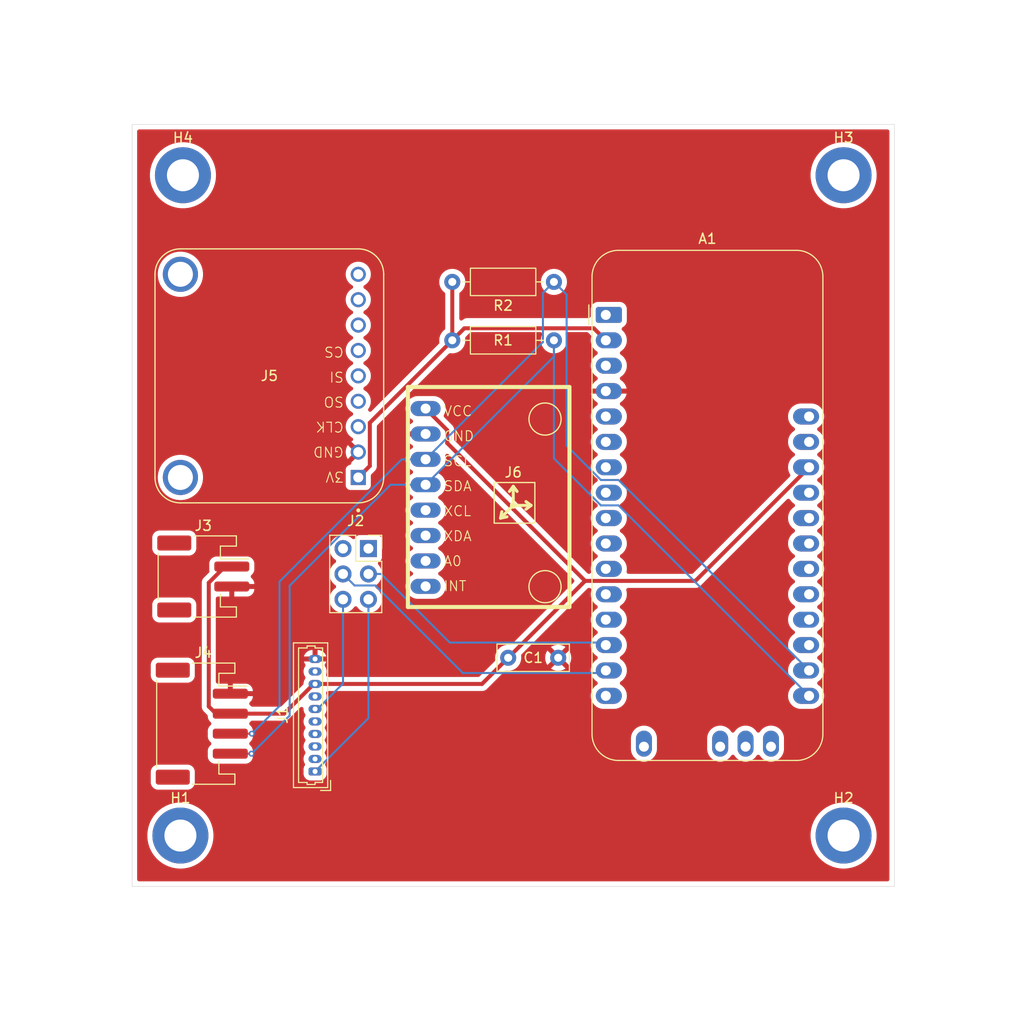
<source format=kicad_pcb>
(kicad_pcb (version 20241229) (generator "pcbnew") (generator_version "9.0")
  (layers (0 "F.Cu" signal) (4 "In1.Cu" signal) (6 "In2.Cu" signal) (2 "B.Cu" signal) (13 "F.Paste" user) (15 "B.Paste" user) (5 "F.SilkS" user "F.Silkscreen") (7 "B.SilkS" user "B.Silkscreen") (1 "F.Mask" user) (3 "B.Mask" user) (25 "Edge.Cuts" user))
  (net 0 "")
  (net 3 "/CS_SDCard")
  (net 4 "/SPI_MOSI")
  (net 5 "/SPI_SCK")
  (net 11 "/I2C_SDA")
  (net 17 "+3V3")
  (net 20 "/SPI_MISO")
  (net 27 "/I2C_SCL")
  (net 29 "/Rx")
  (net 30 "/Tx")
  (net 31 "/Tx_RockBLOCK")
  (net 33 "/Rx_RockBLOCK")
  (net 35 "+BATT")
  (net 41 "GND")
  (footprint "Capacitor_THT:C_Rect_L7.0mm_W2.5mm_P5.00mm" (layer "F.Cu") (at 101.092 116.84)
    (property "Reference" "C1" (at 2.5 0 0) (layer "F.SilkS"))
    (property "Value" "C0.1u")
    (fp_line (start -1.12 -1.37) (end 6.12 -1.37) (stroke (width 0.12)) (layer "F.SilkS"))
    (fp_line (start -1.12 1.37) (end -1.12 -1.37) (stroke (width 0.12)) (layer "F.SilkS"))
    (fp_line (start 6.12 -1.37) (end 6.12 1.37) (stroke (width 0.12)) (layer "F.SilkS"))
    (fp_line (start 6.12 1.37) (end -1.12 1.37) (stroke (width 0.12)) (layer "F.SilkS"))
    (pad "1" thru_hole circle (at 0 0) (size 1.6 1.6) (drill 0.8) (layers "*.Cu" "*.Mask") (net 35 "+BATT"))
    (pad "2" thru_hole circle (at 5 0) (size 1.6 1.6) (drill 0.8) (layers "*.Cu" "*.Mask") (net 41 "GND"))
  )
  (footprint "Resistor_THT:R_Axial_DIN0207_L6.3mm_D2.5mm_P10.16mm_Horizontal" (layer "F.Cu") (at 105.664 79.248 180)
    (property "Reference" "R2" (at 5.08 -2.37 0) (layer "F.SilkS"))
    (property "Value" "R10k")
    (fp_line (start 9.12 0) (end 8.35 0) (stroke (width 0.12)) (layer "F.SilkS"))
    (fp_line (start 1.04 0) (end 1.81 0) (stroke (width 0.12)) (layer "F.SilkS"))
    (fp_rect (start 1.81 -1.37) (end 8.35 1.37) (stroke (width 0.12)) (fill no) (layer "F.SilkS"))
    (pad "1" thru_hole circle (at 0 0 180) (size 1.6 1.6) (drill 0.8) (layers "*.Cu" "*.Mask") (net 27 "/I2C_SCL"))
    (pad "2" thru_hole circle (at 10.16 0 180) (size 1.6 1.6) (drill 0.8) (layers "*.Cu" "*.Mask") (net 17 "+3V3"))
  )
  (footprint "Resistor_THT:R_Axial_DIN0207_L6.3mm_D2.5mm_P10.16mm_Horizontal" (layer "F.Cu") (at 95.504 85.09)
    (property "Reference" "R1" (at 5.08 0 0) (layer "F.SilkS"))
    (property "Value" "R10k")
    (fp_line (start 1.04 0) (end 1.81 0) (stroke (width 0.12)) (layer "F.SilkS"))
    (fp_line (start 9.12 0) (end 8.35 0) (stroke (width 0.12)) (layer "F.SilkS"))
    (fp_rect (start 1.81 -1.37) (end 8.35 1.37) (stroke (width 0.12)) (fill no) (layer "F.SilkS"))
    (pad "1" thru_hole circle (at 0 0) (size 1.6 1.6) (drill 0.8) (layers "*.Cu" "*.Mask") (net 17 "+3V3"))
    (pad "2" thru_hole circle (at 10.16 0) (size 1.6 1.6) (drill 0.8) (layers "*.Cu" "*.Mask") (net 11 "/I2C_SDA"))
  )
  (footprint "Module:Adafruit_Feather_M0_RFM" (layer "F.Cu") (at 110.8515 82.55)
    (property "Reference" "A1" (at 10.16 -7.62 0) (layer "F.SilkS"))
    (property "Value" "Adafruit_Feather_M0_RFM9x_LoRa_Radio")
    (fp_line (start -1.7 1) (end -1.7 -1) (stroke (width 0.12)) (layer "F.SilkS"))
    (fp_line (start -1.38 -3.81) (end -1.38 41.91) (stroke (width 0.12)) (layer "F.SilkS"))
    (fp_line (start 19.05 -6.46) (end 1.27 -6.46) (stroke (width 0.12)) (layer "F.SilkS"))
    (fp_line (start 19.05 44.56) (end 1.27 44.56) (stroke (width 0.12)) (layer "F.SilkS"))
    (fp_line (start 21.7 -3.81) (end 21.7 41.91) (stroke (width 0.12)) (layer "F.SilkS"))
    (fp_arc (start -1.38 -3.81) (mid -0.603833 -5.683833) (end 1.27 -6.46) (stroke (width 0.12)) (layer "F.SilkS"))
    (fp_arc (start 1.27 44.56) (mid -0.603833 43.783833) (end -1.38 41.91) (stroke (width 0.12)) (layer "F.SilkS"))
    (fp_arc (start 19.05 -6.46) (mid 20.923833 -5.683833) (end 21.7 -3.81) (stroke (width 0.12)) (layer "F.SilkS"))
    (fp_arc (start 21.7 41.91) (mid 20.923833 43.783833) (end 19.05 44.56) (stroke (width 0.12)) (layer "F.SilkS"))
    (pad "1" thru_hole roundrect (at 0 0) (size 2.6 1.6) (drill 1 (offset 0.3 0)) (layers "*.Cu" "*.Mask") (roundrect_rratio 0.15625))
    (pad "2" thru_hole oval (at 0 2.54) (size 2.6 1.6) (drill 1 (offset 0.3 0)) (layers "*.Cu" "*.Mask") (net 17 "+3V3"))
    (pad "3" thru_hole oval (at 0 5.08) (size 2.6 1.6) (drill 1 (offset 0.3 0)) (layers "*.Cu" "*.Mask"))
    (pad "4" thru_hole oval (at 0 7.62) (size 2.6 1.6) (drill 1 (offset 0.3 0)) (layers "*.Cu" "*.Mask") (net 41 "GND"))
    (pad "5" thru_hole oval (at 0 10.16) (size 2.6 1.6) (drill 1 (offset 0.3 0)) (layers "*.Cu" "*.Mask"))
    (pad "6" thru_hole oval (at 0 12.7) (size 2.6 1.6) (drill 1 (offset 0.3 0)) (layers "*.Cu" "*.Mask"))
    (pad "7" thru_hole oval (at 0 15.24) (size 2.6 1.6) (drill 1 (offset 0.3 0)) (layers "*.Cu" "*.Mask"))
    (pad "8" thru_hole oval (at 0 17.78) (size 2.6 1.6) (drill 1 (offset 0.3 0)) (layers "*.Cu" "*.Mask"))
    (pad "9" thru_hole oval (at 0 20.32) (size 2.6 1.6) (drill 1 (offset 0.3 0)) (layers "*.Cu" "*.Mask"))
    (pad "10" thru_hole oval (at 0 22.86) (size 2.6 1.6) (drill 1 (offset 0.3 0)) (layers "*.Cu" "*.Mask"))
    (pad "11" thru_hole oval (at 0 25.4) (size 2.6 1.6) (drill 1 (offset 0.3 0)) (layers "*.Cu" "*.Mask") (net 5 "/SPI_SCK"))
    (pad "12" thru_hole oval (at 0 27.94) (size 2.6 1.6) (drill 1 (offset 0.3 0)) (layers "*.Cu" "*.Mask") (net 4 "/SPI_MOSI"))
    (pad "13" thru_hole oval (at 0 30.48) (size 2.6 1.6) (drill 1 (offset 0.3 0)) (layers "*.Cu" "*.Mask") (net 20 "/SPI_MISO"))
    (pad "14" thru_hole oval (at 0 33.02) (size 2.6 1.6) (drill 1 (offset 0.3 0)) (layers "*.Cu" "*.Mask") (net 29 "/Rx"))
    (pad "15" thru_hole oval (at 0 35.56) (size 2.6 1.6) (drill 1 (offset 0.3 0)) (layers "*.Cu" "*.Mask") (net 30 "/Tx"))
    (pad "16" thru_hole oval (at 0 38.1) (size 2.6 1.6) (drill 1 (offset 0.3 0)) (layers "*.Cu" "*.Mask"))
    (pad "17" thru_hole oval (at 20.32 38.1 180) (size 2.6 1.6) (drill 1 (offset 0.3 0)) (layers "*.Cu" "*.Mask") (net 11 "/I2C_SDA"))
    (pad "18" thru_hole oval (at 20.32 35.56 180) (size 2.6 1.6) (drill 1 (offset 0.3 0)) (layers "*.Cu" "*.Mask") (net 27 "/I2C_SCL"))
    (pad "19" thru_hole oval (at 20.32 33.02 180) (size 2.6 1.6) (drill 1 (offset 0.3 0)) (layers "*.Cu" "*.Mask") (net 3 "/CS_SDCard"))
    (pad "20" thru_hole oval (at 20.32 30.48 180) (size 2.6 1.6) (drill 1 (offset 0.3 0)) (layers "*.Cu" "*.Mask"))
    (pad "21" thru_hole oval (at 20.32 27.94 180) (size 2.6 1.6) (drill 1 (offset 0.3 0)) (layers "*.Cu" "*.Mask"))
    (pad "22" thru_hole oval (at 20.32 25.4 180) (size 2.6 1.6) (drill 1 (offset 0.3 0)) (layers "*.Cu" "*.Mask"))
    (pad "23" thru_hole oval (at 20.32 22.86 180) (size 2.6 1.6) (drill 1 (offset 0.3 0)) (layers "*.Cu" "*.Mask"))
    (pad "24" thru_hole oval (at 20.32 20.32 180) (size 2.6 1.6) (drill 1 (offset 0.3 0)) (layers "*.Cu" "*.Mask"))
    (pad "25" thru_hole oval (at 20.32 17.78 180) (size 2.6 1.6) (drill 1 (offset 0.3 0)) (layers "*.Cu" "*.Mask"))
    (pad "26" thru_hole oval (at 20.32 15.24 180) (size 2.6 1.6) (drill 1 (offset 0.3 0)) (layers "*.Cu" "*.Mask") (net 35 "+BATT"))
    (pad "27" thru_hole oval (at 20.32 12.7 180) (size 2.6 1.6) (drill 1 (offset 0.3 0)) (layers "*.Cu" "*.Mask"))
    (pad "28" thru_hole oval (at 20.32 10.16 180) (size 2.6 1.6) (drill 1 (offset 0.3 0)) (layers "*.Cu" "*.Mask"))
    (pad "29" thru_hole oval (at 3.81 43.18 90) (size 2.6 1.6) (drill 1 (offset 0.3 0)) (layers "*.Cu" "*.Mask"))
    (pad "30" thru_hole oval (at 11.43 43.18 90) (size 2.6 1.6) (drill 1 (offset 0.3 0)) (layers "*.Cu" "*.Mask"))
    (pad "31" thru_hole oval (at 13.97 43.18 90) (size 2.6 1.6) (drill 1 (offset 0.3 0)) (layers "*.Cu" "*.Mask"))
    (pad "32" thru_hole oval (at 16.51 43.18 90) (size 2.6 1.6) (drill 1 (offset 0.3 0)) (layers "*.Cu" "*.Mask"))
  )
  (footprint "Module:GY-521 MPU6050" (layer "F.Cu") (at 101.6 101.6)
    (property "Reference" "J6" (at 0 -3.302 0) (layer "F.SilkS"))
    (property "Value" "Conn_GY-512_MPU6050")
    (fp_line (start -10.533 -11.84) (end -10.533 10.16) (stroke (width 0.4064)) (layer "F.SilkS"))
    (fp_line (start -10.533 10.16) (end 5.617 10.16) (stroke (width 0.4064)) (layer "F.SilkS"))
    (fp_line (start -1.905 -2.286) (end -1.905 1.778) (stroke (width 0.127)) (layer "F.SilkS"))
    (fp_line (start -1.905 1.778) (end 2.159 1.778) (stroke (width 0.127)) (layer "F.SilkS"))
    (fp_line (start -1.27 1.27) (end -1.143 0.635) (stroke (width 0.3048)) (layer "F.SilkS"))
    (fp_line (start -1.27 1.27) (end -0.635 1.143) (stroke (width 0.3048)) (layer "F.SilkS"))
    (fp_line (start 0 -1.905) (end -0.381 -1.397) (stroke (width 0.3048)) (layer "F.SilkS"))
    (fp_line (start 0 0) (end -1.27 1.27) (stroke (width 0.3048)) (layer "F.SilkS"))
    (fp_line (start 0 0) (end 0 -1.905) (stroke (width 0.3048)) (layer "F.SilkS"))
    (fp_line (start 0 0) (end 1.778 0) (stroke (width 0.3048)) (layer "F.SilkS"))
    (fp_line (start 0.381 -1.397) (end 0 -1.905) (stroke (width 0.3048)) (layer "F.SilkS"))
    (fp_line (start 1.27 -0.381) (end 1.778 0) (stroke (width 0.3048)) (layer "F.SilkS"))
    (fp_line (start 1.778 0) (end 1.27 0.381) (stroke (width 0.3048)) (layer "F.SilkS"))
    (fp_line (start 2.159 -2.286) (end -1.905 -2.286) (stroke (width 0.127)) (layer "F.SilkS"))
    (fp_line (start 2.159 1.778) (end 2.159 -2.286) (stroke (width 0.127)) (layer "F.SilkS"))
    (fp_line (start 5.617 -11.84) (end -10.533 -11.84) (stroke (width 0.4064)) (layer "F.SilkS"))
    (fp_line (start 5.617 10.16) (end 5.617 -11.84) (stroke (width 0.4064)) (layer "F.SilkS"))
    (fp_circle (center 0 0) (end 0.179603 0) (stroke (width 0.3048)) (fill no) (layer "F.SilkS"))
    (fp_circle (center 3.175 -8.636) (end 4.78143 -8.636) (stroke (width 0.127)) (fill no) (layer "F.SilkS"))
    (fp_circle (center 3.175 8.128) (end 4.78143 8.128) (stroke (width 0.127)) (fill no) (layer "F.SilkS"))
    (fp_text user "A0" (at -7.033 6.16 0) (layer "F.SilkS") (effects (font (thickness 0.1)) (justify left bottom)))
    (fp_text user "SCL" (at -7.033 -3.84 0) (layer "F.SilkS") (effects (font (thickness 0.1)) (justify left bottom)))
    (fp_text user "XDA" (at -7.033 3.66 0) (layer "F.SilkS") (effects (font (thickness 0.1)) (justify left bottom)))
    (fp_text user "VCC" (at -7.033 -8.84 0) (layer "F.SilkS") (effects (font (thickness 0.1)) (justify left bottom)))
    (fp_text user "XCL" (at -7.033 1.16 0) (layer "F.SilkS") (effects (font (thickness 0.1)) (justify left bottom)))
    (fp_text user "INT" (at -7.033 8.66 0) (layer "F.SilkS") (effects (font (thickness 0.1)) (justify left bottom)))
    (fp_text user "SDA" (at -7.033 -1.34 0) (layer "F.SilkS") (effects (font (thickness 0.1)) (justify left bottom)))
    (fp_text user "GND" (at -7.033 -6.34 0) (layer "F.SilkS") (effects (font (thickness 0.1)) (justify left bottom)))
    (pad "1" thru_hole oval (at -8.763 -9.684) (size 3 1.5) (drill 1) (layers "*.Cu" "*.Mask") (net 35 "+BATT"))
    (pad "2" thru_hole oval (at -8.763 -7.144) (size 3 1.5) (drill 1) (layers "*.Cu" "*.Mask") (net 41 "GND"))
    (pad "3" thru_hole oval (at -8.763 -4.604) (size 3 1.5) (drill 1) (layers "*.Cu" "*.Mask") (net 27 "/I2C_SCL"))
    (pad "4" thru_hole oval (at -8.763 -2.064) (size 3 1.5) (drill 1) (layers "*.Cu" "*.Mask") (net 11 "/I2C_SDA"))
    (pad "5" thru_hole oval (at -8.763 0.476) (size 3 1.5) (drill 1) (layers "*.Cu" "*.Mask"))
    (pad "6" thru_hole oval (at -8.763 3.016) (size 3 1.5) (drill 1) (layers "*.Cu" "*.Mask"))
    (pad "7" thru_hole oval (at -8.763 5.556) (size 3 1.5) (drill 1) (layers "*.Cu" "*.Mask"))
    (pad "8" thru_hole oval (at -8.763 8.096) (size 3 1.5) (drill 1) (layers "*.Cu" "*.Mask"))
  )
  (footprint "Connector_PinSocket_2.54mm:PinSocket_2x03_P2.54mm_Vertical" (layer "F.Cu") (at 87.122 105.918)
    (property "Reference" "J2" (at -1.27 -2.77 0) (layer "F.SilkS"))
    (property "Value" "Switch_RockBLOCK")
    (fp_line (start -3.87 -1.33) (end -3.87 6.41) (stroke (width 0.12)) (layer "F.SilkS"))
    (fp_line (start -3.87 -1.33) (end -1.27 -1.33) (stroke (width 0.12)) (layer "F.SilkS"))
    (fp_line (start -3.87 6.41) (end 1.33 6.41) (stroke (width 0.12)) (layer "F.SilkS"))
    (fp_line (start -1.27 -1.33) (end -1.27 1.27) (stroke (width 0.12)) (layer "F.SilkS"))
    (fp_line (start -1.27 1.27) (end 1.33 1.27) (stroke (width 0.12)) (layer "F.SilkS"))
    (fp_line (start 0 -1.33) (end 1.33 -1.33) (stroke (width 0.12)) (layer "F.SilkS"))
    (fp_line (start 1.33 -1.33) (end 1.33 0) (stroke (width 0.12)) (layer "F.SilkS"))
    (fp_line (start 1.33 1.27) (end 1.33 6.41) (stroke (width 0.12)) (layer "F.SilkS"))
    (pad "1" thru_hole rect (at 0 0) (size 1.7 1.7) (drill 1) (layers "*.Cu" "*.Mask"))
    (pad "2" thru_hole circle (at -2.54 0) (size 1.7 1.7) (drill 1) (layers "*.Cu" "*.Mask"))
    (pad "3" thru_hole circle (at 0 2.54) (size 1.7 1.7) (drill 1) (layers "*.Cu" "*.Mask") (net 29 "/Rx"))
    (pad "4" thru_hole circle (at -2.54 2.54) (size 1.7 1.7) (drill 1) (layers "*.Cu" "*.Mask") (net 30 "/Tx"))
    (pad "5" thru_hole circle (at 0 5.08) (size 1.7 1.7) (drill 1) (layers "*.Cu" "*.Mask") (net 33 "/Rx_RockBLOCK"))
    (pad "6" thru_hole circle (at -2.54 5.08) (size 1.7 1.7) (drill 1) (layers "*.Cu" "*.Mask") (net 31 "/Tx_RockBLOCK"))
  )
  (footprint "Module:Adafruit_MicroSD_Breakout" (layer "F.Cu") (at 77.216 88.646 90)
    (property "Reference" "J5" (at 0 0 180) (layer "F.SilkS"))
    (property "Value" "Conn_MicroSD")
    (fp_line (start -10.16 -11.43) (end 10.16 -11.43) (stroke (width 0.127)) (layer "F.SilkS"))
    (fp_line (start 12.7 -8.89) (end 12.7 8.89) (stroke (width 0.127)) (layer "F.SilkS"))
    (fp_line (start -12.7 8.89) (end -12.7 -8.89) (stroke (width 0.127)) (layer "F.SilkS"))
    (fp_line (start 10.16 11.43) (end -10.16 11.43) (stroke (width 0.127)) (layer "F.SilkS"))
    (fp_arc (start 10.16 -11.43) (mid 11.956051 -10.686051) (end 12.7 -8.89) (stroke (width 0.127)) (layer "F.SilkS"))
    (fp_arc (start -12.7 -8.89) (mid -11.956051 -10.686051) (end -10.16 -11.43) (stroke (width 0.127)) (layer "F.SilkS"))
    (fp_arc (start 12.7 8.89) (mid 11.956051 10.686051) (end 10.16 11.43) (stroke (width 0.127)) (layer "F.SilkS"))
    (fp_arc (start -10.16 11.43) (mid -11.956051 10.686051) (end -12.7 8.89) (stroke (width 0.127)) (layer "F.SilkS"))
    (fp_circle (center -13.45 8.89) (end -13.35 8.89) (stroke (width 0.2)) (fill no) (layer "F.SilkS"))
    (fp_text user "CLK" (at -4.5 7.5 180) (layer "F.SilkS") (effects (font (thickness 0.1)) (justify left bottom)))
    (fp_text user "CS" (at 3 7.5 180) (layer "F.SilkS") (effects (font (thickness 0.1)) (justify left bottom)))
    (fp_text user "SI" (at 0.5 7.5 180) (layer "F.SilkS") (effects (font (thickness 0.1)) (justify left bottom)))
    (fp_text user "SO" (at -2 7.5 180) (layer "F.SilkS") (effects (font (thickness 0.1)) (justify left bottom)))
    (fp_text user "3V" (at -9.5 7.5 180) (layer "F.SilkS") (effects (font (thickness 0.1)) (justify left bottom)))
    (fp_text user "GND" (at -7 7.5 180) (layer "F.SilkS") (effects (font (thickness 0.1)) (justify left bottom)))
    (pad "1" thru_hole rect (at -10.16 8.89 90) (size 1.508 1.508) (drill 1) (layers "*.Cu" "*.Mask") (net 17 "+3V3"))
    (pad "2" thru_hole circle (at -7.62 8.89 90) (size 1.508 1.508) (drill 1) (layers "*.Cu" "*.Mask") (net 41 "GND"))
    (pad "3" thru_hole circle (at -5.08 8.89 90) (size 1.508 1.508) (drill 1) (layers "*.Cu" "*.Mask") (net 5 "/SPI_SCK"))
    (pad "4" thru_hole circle (at -2.54 8.89 90) (size 1.508 1.508) (drill 1) (layers "*.Cu" "*.Mask") (net 20 "/SPI_MISO"))
    (pad "5" thru_hole circle (at 0 8.89 90) (size 1.508 1.508) (drill 1) (layers "*.Cu" "*.Mask") (net 4 "/SPI_MOSI"))
    (pad "6" thru_hole circle (at 2.54 8.89 90) (size 1.508 1.508) (drill 1) (layers "*.Cu" "*.Mask") (net 3 "/CS_SDCard"))
    (pad "7" thru_hole circle (at 5.08 8.89 90) (size 1.508 1.508) (drill 1) (layers "*.Cu" "*.Mask"))
    (pad "8" thru_hole circle (at 7.62 8.89 90) (size 1.508 1.508) (drill 1) (layers "*.Cu" "*.Mask"))
    (pad "9" thru_hole circle (at 10.16 8.89 90) (size 1.508 1.508) (drill 1) (layers "*.Cu" "*.Mask"))
    (pad "S1" thru_hole circle (at -10.16 -8.89 90) (size 3.516 3.516) (drill 2.5) (layers "*.Cu" "*.Mask"))
    (pad "S2" thru_hole circle (at 10.16 -8.89 90) (size 3.516 3.516) (drill 2.5) (layers "*.Cu" "*.Mask"))
  )
  (footprint "Connector_JST:JST_PH_S2B-PH-SM4-TB_1x02-1MP_P2.00mm_Horizontal" (layer "F.Cu") (at 70.612 108.712 -90)
    (property "Reference" "J3" (at -5.08 0 180) (layer "F.SilkS"))
    (property "Value" "Conn_FeatherWeight")
    (fp_line (start -2.34 4.51) (end 2.34 4.51) (stroke (width 0.12)) (layer "F.SilkS"))
    (fp_line (start -4.06 0.94) (end -4.06 -3.31) (stroke (width 0.12)) (layer "F.SilkS"))
    (fp_line (start 4.06 0.94) (end 4.06 -3.31) (stroke (width 0.12)) (layer "F.SilkS"))
    (fp_line (start -3.04 -1.71) (end -1.76 -1.71) (stroke (width 0.12)) (layer "F.SilkS"))
    (fp_line (start -1.76 -1.71) (end -1.76 -4.6) (stroke (width 0.12)) (layer "F.SilkS"))
    (fp_line (start 3.04 -1.71) (end 1.76 -1.71) (stroke (width 0.12)) (layer "F.SilkS"))
    (fp_line (start -4.06 -3.31) (end -3.04 -3.31) (stroke (width 0.12)) (layer "F.SilkS"))
    (fp_line (start -3.04 -3.31) (end -3.04 -1.71) (stroke (width 0.12)) (layer "F.SilkS"))
    (fp_line (start 3.04 -3.31) (end 3.04 -1.71) (stroke (width 0.12)) (layer "F.SilkS"))
    (fp_line (start 4.06 -3.31) (end 3.04 -3.31) (stroke (width 0.12)) (layer "F.SilkS"))
    (pad "1" smd roundrect (at -1 -2.85 270) (size 1 3.5) (layers "F.Cu" "F.Mask" "F.Paste") (net 35 "+BATT"))
    (pad "2" smd roundrect (at 1 -2.85 270) (size 1 3.5) (layers "F.Cu" "F.Mask" "F.Paste") (net 41 "GND"))
    (pad "MP" smd roundrect (at -3.35 2.9 270) (size 1.5 3.4) (layers "F.Cu" "F.Mask" "F.Paste") (roundrect_rratio 0.166667))
    (pad "MP" smd roundrect (at 3.35 2.9 270) (size 1.5 3.4) (layers "F.Cu" "F.Mask" "F.Paste") (roundrect_rratio 0.166667))
  )
  (footprint "MountingHole:MountingHole_3.2mm_M3_DIN965_Pad" (layer "F.Cu") (at 68.58 68.58)
    (property "Reference" "H4" (at 0 -3.75 0) (layer "F.SilkS"))
    (property "Value" "MountingHole")
    (pad "1" thru_hole circle (at 0 0) (size 5.6 5.6) (drill 3.2) (layers "*.Cu" "*.Mask"))
  )
  (footprint "Connector_Molex:Molex_PicoBlade_53047-1010_1x10_P1.25mm_Vertical" (layer "F.Cu") (at 81.788 128.21 90)
    (property "Reference" "J1" (at 5.62 -3.26 90) (layer "F.SilkS"))
    (property "Value" "Conn_RockBLOCK")
    (fp_line (start 12.86 -2.16) (end -1.61 -2.16) (stroke (width 0.12)) (layer "F.SilkS"))
    (fp_line (start -1.61 -2.16) (end -1.61 1.26) (stroke (width 0.12)) (layer "F.SilkS"))
    (fp_line (start 12.35 -1.65) (end 5.625 -1.65) (stroke (width 0.12)) (layer "F.SilkS"))
    (fp_line (start -1.1 -1.65) (end 5.625 -1.65) (stroke (width 0.12)) (layer "F.SilkS"))
    (fp_line (start 12.55 -0.8) (end 12.35 -0.8) (stroke (width 0.12)) (layer "F.SilkS"))
    (fp_line (start 12.35 -0.8) (end 12.35 -1.65) (stroke (width 0.12)) (layer "F.SilkS"))
    (fp_line (start -1.1 -0.8) (end -1.1 -1.65) (stroke (width 0.12)) (layer "F.SilkS"))
    (fp_line (start -1.3 -0.8) (end -1.1 -0.8) (stroke (width 0.12)) (layer "F.SilkS"))
    (fp_line (start 12.55 0) (end 12.55 -0.8) (stroke (width 0.12)) (layer "F.SilkS"))
    (fp_line (start 12.35 0) (end 12.55 0) (stroke (width 0.12)) (layer "F.SilkS"))
    (fp_line (start -1.1 0) (end -1.3 0) (stroke (width 0.12)) (layer "F.SilkS"))
    (fp_line (start -1.3 0) (end -1.3 -0.8) (stroke (width 0.12)) (layer "F.SilkS"))
    (fp_line (start 12.35 0.75) (end 12.35 0) (stroke (width 0.12)) (layer "F.SilkS"))
    (fp_line (start 5.625 0.75) (end 12.35 0.75) (stroke (width 0.12)) (layer "F.SilkS"))
    (fp_line (start 5.625 0.75) (end -1.1 0.75) (stroke (width 0.12)) (layer "F.SilkS"))
    (fp_line (start -1.1 0.75) (end -1.1 0) (stroke (width 0.12)) (layer "F.SilkS"))
    (fp_line (start 12.86 1.26) (end 12.86 -2.16) (stroke (width 0.12)) (layer "F.SilkS"))
    (fp_line (start -1.61 1.26) (end 12.86 1.26) (stroke (width 0.12)) (layer "F.SilkS"))
    (fp_line (start -1.9 1.55) (end -1.9 0.55) (stroke (width 0.12)) (layer "F.SilkS"))
    (fp_line (start -1.9 1.55) (end -0.9 1.55) (stroke (width 0.12)) (layer "F.SilkS"))
    (pad "1" thru_hole roundrect (at 0 0 90) (size 0.8 1.3) (drill 0.5) (layers "*.Cu" "*.Mask") (net 33 "/Rx_RockBLOCK"))
    (pad "2" thru_hole oval (at 1.25 0 90) (size 0.8 1.3) (drill 0.5) (layers "*.Cu" "*.Mask"))
    (pad "3" thru_hole oval (at 2.5 0 90) (size 0.8 1.3) (drill 0.5) (layers "*.Cu" "*.Mask"))
    (pad "4" thru_hole oval (at 3.75 0 90) (size 0.8 1.3) (drill 0.5) (layers "*.Cu" "*.Mask"))
    (pad "5" thru_hole oval (at 5 0 90) (size 0.8 1.3) (drill 0.5) (layers "*.Cu" "*.Mask"))
    (pad "6" thru_hole oval (at 6.25 0 90) (size 0.8 1.3) (drill 0.5) (layers "*.Cu" "*.Mask") (net 31 "/Tx_RockBLOCK"))
    (pad "7" thru_hole oval (at 7.5 0 90) (size 0.8 1.3) (drill 0.5) (layers "*.Cu" "*.Mask"))
    (pad "8" thru_hole oval (at 8.75 0 90) (size 0.8 1.3) (drill 0.5) (layers "*.Cu" "*.Mask") (net 35 "+BATT"))
    (pad "9" thru_hole oval (at 10 0 90) (size 0.8 1.3) (drill 0.5) (layers "*.Cu" "*.Mask"))
    (pad "10" thru_hole oval (at 11.25 0 90) (size 0.8 1.3) (drill 0.5) (layers "*.Cu" "*.Mask") (net 41 "GND"))
  )
  (footprint "Connector_JST:JST_PH_S4B-PH-SM4-TB_1x04-1MP_P2.00mm_Horizontal" (layer "F.Cu") (at 70.464 123.428 -90)
    (property "Reference" "J4" (at -7.096 -0.148 180) (layer "F.SilkS"))
    (property "Value" "Conn_LightAPRS")
    (fp_line (start -4.34 4.51) (end 4.34 4.51) (stroke (width 0.12)) (layer "F.SilkS"))
    (fp_line (start -6.06 0.94) (end -6.06 -3.31) (stroke (width 0.12)) (layer "F.SilkS"))
    (fp_line (start 6.06 0.94) (end 6.06 -3.31) (stroke (width 0.12)) (layer "F.SilkS"))
    (fp_line (start -5.04 -1.71) (end -3.76 -1.71) (stroke (width 0.12)) (layer "F.SilkS"))
    (fp_line (start -3.76 -1.71) (end -3.76 -4.6) (stroke (width 0.12)) (layer "F.SilkS"))
    (fp_line (start 5.04 -1.71) (end 3.76 -1.71) (stroke (width 0.12)) (layer "F.SilkS"))
    (fp_line (start -6.06 -3.31) (end -5.04 -3.31) (stroke (width 0.12)) (layer "F.SilkS"))
    (fp_line (start -5.04 -3.31) (end -5.04 -1.71) (stroke (width 0.12)) (layer "F.SilkS"))
    (fp_line (start 5.04 -3.31) (end 5.04 -1.71) (stroke (width 0.12)) (layer "F.SilkS"))
    (fp_line (start 6.06 -3.31) (end 5.04 -3.31) (stroke (width 0.12)) (layer "F.SilkS"))
    (pad "1" smd roundrect (at -3 -2.85 270) (size 1 3.5) (layers "F.Cu" "F.Mask" "F.Paste") (net 41 "GND"))
    (pad "2" smd roundrect (at -1 -2.85 270) (size 1 3.5) (layers "F.Cu" "F.Mask" "F.Paste") (net 35 "+BATT"))
    (pad "3" smd roundrect (at 1 -2.85 270) (size 1 3.5) (layers "F.Cu" "F.Mask" "F.Paste") (net 27 "/I2C_SCL"))
    (pad "4" smd roundrect (at 3 -2.85 270) (size 1 3.5) (layers "F.Cu" "F.Mask" "F.Paste") (net 11 "/I2C_SDA"))
    (pad "MP" smd roundrect (at -5.35 2.9 270) (size 1.5 3.4) (layers "F.Cu" "F.Mask" "F.Paste") (roundrect_rratio 0.166667))
    (pad "MP" smd roundrect (at 5.35 2.9 270) (size 1.5 3.4) (layers "F.Cu" "F.Mask" "F.Paste") (roundrect_rratio 0.166667))
  )
  (footprint "MountingHole:MountingHole_3.2mm_M3_DIN965_Pad" (layer "F.Cu") (at 134.62 134.62)
    (property "Reference" "H2" (at 0 -3.75 0) (layer "F.SilkS"))
    (property "Value" "MountingHole")
    (pad "1" thru_hole circle (at 0 0) (size 5.6 5.6) (drill 3.2) (layers "*.Cu" "*.Mask"))
  )
  (footprint "MountingHole:MountingHole_3.2mm_M3_DIN965_Pad" (layer "F.Cu") (at 68.326 134.62)
    (property "Reference" "H1" (at 0 -3.75 0) (layer "F.SilkS"))
    (property "Value" "MountingHole")
    (pad "1" thru_hole circle (at 0 0) (size 5.6 5.6) (drill 3.2) (layers "*.Cu" "*.Mask"))
  )
  (footprint "MountingHole:MountingHole_3.2mm_M3_DIN965_Pad" (layer "F.Cu") (at 134.62 68.58)
    (property "Reference" "H3" (at 0 -3.75 0) (layer "F.SilkS"))
    (property "Value" "MountingHole")
    (pad "1" thru_hole circle (at 0 0) (size 5.6 5.6) (drill 3.2) (layers "*.Cu" "*.Mask"))
  )
  (gr_rect (start 63.5 63.5) (end 139.7 139.7) (stroke (width 0.05)) (fill no) (layer "Edge.Cuts"))
  (segment (start 73.314 126.428) (end 75.438 126.428) (width 0.2) (layer "F.Cu") (net 11))
  (segment (start 75.438 126.428) (end 75.628 126.428) (width 0.2) (layer "F.Cu") (net 11))
  (via (at 75.438 126.428) (size 0.6) (drill 0.3) (layers "F.Cu" "B.Cu") (net 11))
  (segment (start 79.248 109.62424) (end 89.33624 99.536) (width 0.2) (layer "B.Cu") (net 11))
  (segment (start 75.438 126.428) (end 79.248 122.618) (width 0.2) (layer "B.Cu") (net 11))
  (segment (start 110.364451 101.6) (end 112.1215 101.6) (width 0.2) (layer "B.Cu") (net 11))
  (segment (start 105.664 96.899549) (end 110.364451 101.6) (width 0.2) (layer "B.Cu") (net 11))
  (segment (start 92.837 99.536) (end 105.664 86.709) (width 0.2) (layer "B.Cu") (net 11))
  (segment (start 105.664 85.09) (end 105.664 96.899549) (width 0.2) (layer "B.Cu") (net 11))
  (segment (start 112.1215 101.6) (end 131.1715 120.65) (width 0.2) (layer "B.Cu") (net 11))
  (segment (start 79.248 122.618) (end 79.248 109.62424) (width 0.2) (layer "B.Cu") (net 11))
  (segment (start 105.664 86.709) (end 105.664 85.09) (width 0.2) (layer "B.Cu") (net 11))
  (segment (start 89.33624 99.536) (end 92.837 99.536) (width 0.2) (layer "B.Cu") (net 11))
  (segment (start 95.504 85.09) (end 96.705 83.889) (width 0.4) (layer "F.Cu") (net 17))
  (segment (start 95.504 79.248) (end 95.504 85.09) (width 0.4) (layer "F.Cu") (net 17))
  (segment (start 87.261 97.651) (end 86.106 98.806) (width 0.4) (layer "F.Cu") (net 17))
  (segment (start 96.705 83.889) (end 109.6505 83.889) (width 0.4) (layer "F.Cu") (net 17))
  (segment (start 109.6505 83.889) (end 110.8515 85.09) (width 0.4) (layer "F.Cu") (net 17))
  (segment (start 87.261 93.333) (end 87.261 97.651) (width 0.4) (layer "F.Cu") (net 17))
  (segment (start 95.504 85.09) (end 87.261 93.333) (width 0.4) (layer "F.Cu") (net 17))
  (segment (start 75.47 124.428) (end 73.314 124.428) (width 0.2) (layer "F.Cu") (net 27))
  (via (at 75.47 124.428) (size 0.6) (drill 0.3) (layers "F.Cu" "B.Cu") (net 27))
  (segment (start 75.47 124.428) (end 78.232 121.666) (width 0.2) (layer "B.Cu") (net 27))
  (segment (start 90.456 96.996) (end 92.837 96.996) (width 0.2) (layer "B.Cu") (net 27))
  (segment (start 106.934 80.518) (end 106.934 95.629549) (width 0.2) (layer "B.Cu") (net 27))
  (segment (start 112.1215 99.06) (end 131.1715 118.11) (width 0.2) (layer "B.Cu") (net 27))
  (segment (start 110.364451 99.06) (end 112.1215 99.06) (width 0.2) (layer "B.Cu") (net 27))
  (segment (start 105.664 79.248) (end 106.934 80.518) (width 0.2) (layer "B.Cu") (net 27))
  (segment (start 104.563 80.349) (end 105.664 79.248) (width 0.2) (layer "B.Cu") (net 27))
  (segment (start 78.232 121.666) (end 78.232 109.22) (width 0.2) (layer "B.Cu") (net 27))
  (segment (start 106.934 95.629549) (end 110.364451 99.06) (width 0.2) (layer "B.Cu") (net 27))
  (segment (start 78.232 109.22) (end 90.456 96.996) (width 0.2) (layer "B.Cu") (net 27))
  (segment (start 104.563 85.27) (end 104.563 80.349) (width 0.2) (layer "B.Cu") (net 27))
  (segment (start 92.837 96.996) (end 104.563 85.27) (width 0.2) (layer "B.Cu") (net 27))
  (segment (start 87.122 108.458) (end 88.392 108.458) (width 0.2) (layer "B.Cu") (net 29))
  (segment (start 95.25 115.316) (end 110.5975 115.316) (width 0.2) (layer "B.Cu") (net 29))
  (segment (start 88.392 108.458) (end 95.25 115.316) (width 0.2) (layer "B.Cu") (net 29))
  (segment (start 110.5975 115.316) (end 110.8515 115.57) (width 0.2) (layer "B.Cu") (net 29))
  (segment (start 96.56388 118.364) (end 110.5975 118.364) (width 0.2) (layer "B.Cu") (net 30))
  (segment (start 87.80888 109.609) (end 96.56388 118.364) (width 0.2) (layer "B.Cu") (net 30))
  (segment (start 110.5975 118.364) (end 110.8515 118.11) (width 0.2) (layer "B.Cu") (net 30))
  (segment (start 85.733 109.609) (end 87.80888 109.609) (width 0.2) (layer "B.Cu") (net 30))
  (segment (start 84.582 108.458) (end 85.733 109.609) (width 0.2) (layer "B.Cu") (net 30))
  (segment (start 81.788 121.96) (end 82.038 121.96) (width 0.2) (layer "B.Cu") (net 31))
  (segment (start 84.582 119.416) (end 84.582 110.998) (width 0.2) (layer "B.Cu") (net 31))
  (segment (start 82.038 121.96) (end 84.582 119.416) (width 0.2) (layer "B.Cu") (net 31))
  (segment (start 81.788 128.21) (end 87.122 122.876) (width 0.2) (layer "B.Cu") (net 33))
  (segment (start 87.122 122.876) (end 87.122 110.998) (width 0.2) (layer "B.Cu") (net 33))
  (segment (start 81.655215 119.46) (end 81.788 119.46) (width 0.4) (layer "F.Cu") (net 35))
  (segment (start 73.314 122.428) (end 78.687215 122.428) (width 0.4) (layer "F.Cu") (net 35))
  (segment (start 94.996 95.366) (end 94.996 94.075) (width 0.4) (layer "F.Cu") (net 35))
  (segment (start 94.996 94.075) (end 92.837 91.916) (width 0.4) (layer "F.Cu") (net 35))
  (segment (start 78.687215 122.428) (end 81.655215 119.46) (width 0.4) (layer "F.Cu") (net 35))
  (segment (start 108.781 109.151) (end 94.996 95.366) (width 0.4) (layer "F.Cu") (net 35))
  (segment (start 71.882 122.428) (end 73.314 122.428) (width 0.4) (layer "F.Cu") (net 35))
  (segment (start 119.8105 109.151) (end 131.1715 97.79) (width 0.4) (layer "F.Cu") (net 35))
  (segment (start 72.78442 107.712) (end 71.163 109.33342) (width 0.4) (layer "F.Cu") (net 35))
  (segment (start 101.092 116.84) (end 98.472 119.46) (width 0.4) (layer "F.Cu") (net 35))
  (segment (start 98.472 119.46) (end 81.788 119.46) (width 0.4) (layer "F.Cu") (net 35))
  (segment (start 71.163 109.33342) (end 71.163 121.709) (width 0.4) (layer "F.Cu") (net 35))
  (segment (start 73.462 107.712) (end 72.78442 107.712) (width 0.4) (layer "F.Cu") (net 35))
  (segment (start 101.092 116.84) (end 108.781 109.151) (width 0.4) (layer "F.Cu") (net 35))
  (segment (start 71.163 121.709) (end 71.882 122.428) (width 0.4) (layer "F.Cu") (net 35))
  (segment (start 108.781 109.151) (end 119.8105 109.151) (width 0.4) (layer "F.Cu") (net 35))
  (zone (net 41) (net_name "GND") (layer "F.Cu") (connect_pads (clearance 0.5)) (min_thickness 0.4) (fill yes (thermal_gap 0.5) (thermal_bridge_width 0.5))
    (polygon (pts (xy 50.8 51.054) (xy 152.146 51.054) (xy 152.654 152.146) (xy 50.292 152.146)))
  )
)
</source>
